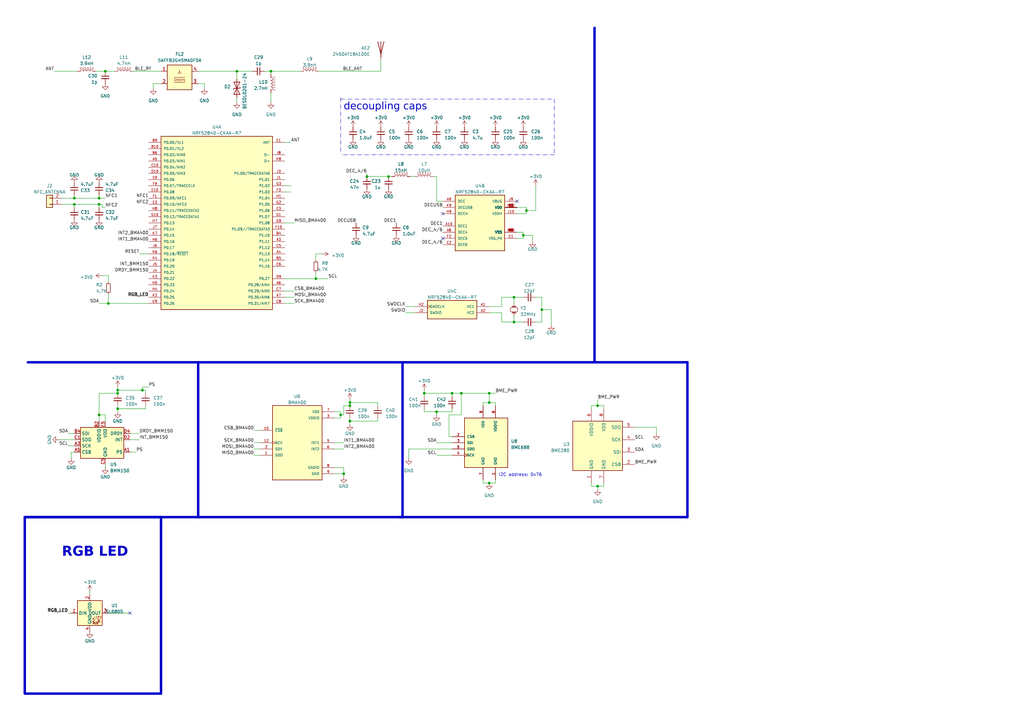
<source format=kicad_sch>
(kicad_sch (version 20230121) (generator eeschema)
  (paper "A3")
  (lib_symbols
    (symbol "BMA400:BMA400" (pin_names (offset 1.016))
      (property "Reference" "U" (at -10.16 16.002 0))
      (property "Value" "BMA400" (at -10.16 -17.78 0))
      (symbol "BMA400_0_0"
        (pin bidirectional line (at -15.24 -5.08 0) (length 5.08) (name "SDO") (number "1"))
        (pin input line (at -15.24 5.08 0) (length 5.08) (name "~{CSB}") (number "10"))
        (pin input clock (at -15.24 0 0) (length 5.08) (name "SCX") (number "12"))
        (pin bidirectional line (at -15.24 -2.54 0) (length 5.08) (name "SDX") (number "2"))
        (pin power_in line (at 15.24 10.16 180) (length 5.08) (name "VDDIO") (number "3"))
        (pin bidirectional line (at 15.24 0 180) (length 5.08) (name "INT1") (number "5"))
        (pin bidirectional line (at 15.24 -2.54 180) (length 5.08) (name "INT2") (number "6"))
        (pin power_in line (at 15.24 12.7 180) (length 5.08) (name "VDD") (number "7"))
        (pin power_in line (at 15.24 -10.16 180) (length 5.08) (name "GNDIO") (number "8"))
        (pin power_in line (at 15.24 -12.7 180) (length 5.08) (name "GND") (number "9"))
      )
    )
    (symbol "Connector_Generic:Conn_01x02" (pin_names (offset 1.016) hide)
      (property "Reference" "J" (at 0 2.54 0))
      (property "Value" "Conn_01x02" (at 0 -5.08 0))
      (symbol "Conn_01x02_1_1"
        (pin passive line (at -5.08 0 0) (length 3.81) (name "Pin_1") (number "1"))
        (pin passive line (at -5.08 -2.54 0) (length 3.81) (name "Pin_2") (number "2"))
      )
    )
    (symbol "Device:Antenna" (pin_numbers hide) (pin_names (offset 1.016) hide)
      (property "Reference" "AE" (at -1.905 1.905 0))
      (property "Value" "Antenna" (at -1.905 0 0))
      (symbol "Antenna_1_1"
        (pin input line (at 0 -5.08 90) (length 2.54) (name "A") (number "1"))
      )
    )
    (symbol "Device:C_Small" (pin_numbers hide) (pin_names (offset 0.254) hide)
      (property "Reference" "C" (at 0.254 1.778 0))
      (property "Value" "C_Small" (at 0.254 -2.032 0))
      (symbol "C_Small_1_1"
        (pin passive line (at 0 2.54 270) (length 2.032) (name "~") (number "1"))
        (pin passive line (at 0 -2.54 90) (length 2.032) (name "~") (number "2"))
      )
    )
    (symbol "Device:Crystal_Small" (pin_numbers hide) (pin_names (offset 1.016) hide)
      (property "Reference" "Y" (at 0 2.54 0))
      (property "Value" "Crystal_Small" (at 0 -2.54 0))
      (symbol "Crystal_Small_1_1"
        (pin passive line (at -2.54 0 0) (length 1.27) (name "1") (number "1"))
        (pin passive line (at 2.54 0 180) (length 1.27) (name "2") (number "2"))
      )
    )
    (symbol "Device:D_TVS" (pin_numbers hide) (pin_names (offset 1.016) hide)
      (property "Reference" "D" (at 0 2.54 0))
      (property "Value" "D_TVS" (at 0 -2.54 0))
      (symbol "D_TVS_1_1"
        (pin passive line (at -3.81 0 0) (length 2.54) (name "A1") (number "1"))
        (pin passive line (at 3.81 0 180) (length 2.54) (name "A2") (number "2"))
      )
    )
    (symbol "Device:L_Ferrite" (pin_numbers hide) (pin_names (offset 1.016) hide)
      (property "Reference" "L" (at -1.27 0 90))
      (property "Value" "L_Ferrite" (at 2.794 0 90))
      (symbol "L_Ferrite_1_1"
        (pin passive line (at 0 3.81 270) (length 1.27) (name "1") (number "1"))
        (pin passive line (at 0 -3.81 90) (length 1.27) (name "2") (number "2"))
      )
    )
    (symbol "Device:R_Small" (pin_numbers hide) (pin_names (offset 0.254) hide)
      (property "Reference" "R" (at 0.762 0.508 0))
      (property "Value" "R_Small" (at 0.762 -1.016 0))
      (symbol "R_Small_1_1"
        (pin passive line (at 0 2.54 270) (length 0.762) (name "~") (number "1"))
        (pin passive line (at 0 -2.54 90) (length 0.762) (name "~") (number "2"))
      )
    )
    (symbol "Filter:SAFFB942MFM0F0A" (pin_names (offset 1.016))
      (property "Reference" "FL" (at 2.54 -6.35 0))
      (property "Value" "SAFFB942MFM0F0A" (at 0 6.35 0))
      (symbol "SAFFB942MFM0F0A_1_1"
        (pin passive line (at -7.62 2.54 0) (length 2.54) (name "~") (number "1"))
        (pin passive line (at -7.62 -2.54 0) (length 2.54) (name "~") (number "2"))
        (pin passive line (at 7.62 -2.54 180) (length 2.54) (name "~") (number "3"))
        (pin passive line (at 7.62 2.54 180) (length 2.54) (name "~") (number "4"))
        (pin passive line (at -7.62 -2.54 0) (length 2.54) hide (name "~") (number "5"))
      )
    )
    (symbol "GCL_Integrated-Circuits:BME688" (pin_names (offset 1.016))
      (property "Reference" "U" (at -7.62 12.7 0))
      (property "Value" "BME688" (at -12.7 10.16 0))
      (symbol "BME688_0_0"
        (pin power_in line (at -2.54 -15.24 90) (length 5.08) (name "GND") (number "1"))
        (pin input line (at 15.24 2.54 180) (length 5.08) (name "CSB") (number "2"))
        (pin bidirectional line (at 15.24 0 180) (length 5.08) (name "SDI") (number "3"))
        (pin input clock (at 15.24 -5.08 180) (length 5.08) (name "SCK") (number "4"))
        (pin bidirectional line (at 15.24 -2.54 180) (length 5.08) (name "SDO") (number "5"))
        (pin power_in line (at -2.54 15.24 270) (length 5.08) (name "VDDIO") (number "6"))
        (pin power_in line (at 2.54 -15.24 90) (length 5.08) (name "GND") (number "7"))
        (pin power_in line (at 2.54 15.24 270) (length 5.08) (name "VDD") (number "8"))
      )
    )
    (symbol "GCL_Integrated-Circuits:SK6805"
      (property "Reference" "U" (at 0 5.08 0))
      (property "Value" "SL6805" (at 0 2.54 0))
      (symbol "SK6805_0_0"
        (text "RGB" (at 7.366 -9.271 0) (effects (font (size 0.762 0.762))))
      )
      (symbol "SK6805_1_1"
        (pin power_in line (at -2.54 -5.08 0) (length 2.54) (name "DIN") (number "1"))
        (pin output line (at 5.08 2.54 270) (length 2.54) (name "VDD") (number "2"))
        (pin power_in line (at 12.7 -5.08 180) (length 2.54) (name "DOUT") (number "3"))
        (pin input line (at 5.08 -12.7 90) (length 2.54) (name "GND") (number "4"))
      )
    )
    (symbol "NRF52840-CKAA-R7:NRF52840-CKAA-R7" (pin_names (offset 1.016))
      (property "Reference" "U" (at -22.8707 35.9661 0))
      (property "Value" "NRF52840-CKAA-R7" (at -22.8992 -38.58 0))
      (symbol "NRF52840-CKAA-R7_1_0"
        (pin bidirectional line (at 27.94 -7.62 180) (length 5.08) (name "P1.11") (number "A3"))
        (pin bidirectional line (at 27.94 -12.7 180) (length 5.08) (name "P1.13") (number "A4"))
        (pin bidirectional line (at -27.94 25.4 0) (length 5.08) (name "P0.03/AIN1") (number "A5"))
        (pin bidirectional line (at 27.94 -25.4 180) (length 5.08) (name "P0.28/AIN4") (number "A6"))
        (pin bidirectional line (at 27.94 -30.48 180) (length 5.08) (name "P0.30/AIN6") (number "A7"))
        (pin bidirectional line (at -27.94 30.48 0) (length 5.08) (name "P0.01/XL2") (number "B10"))
        (pin bidirectional line (at 27.94 -5.08 180) (length 5.08) (name "P1.10") (number "B4"))
        (pin bidirectional line (at 27.94 -15.24 180) (length 5.08) (name "P1.14") (number "B5"))
        (pin bidirectional line (at -27.94 27.94 0) (length 5.08) (name "P0.02/AIN0") (number "B6"))
        (pin bidirectional line (at -27.94 33.02 0) (length 5.08) (name "P0.00/XL1") (number "B9"))
        (pin bidirectional line (at -27.94 22.86 0) (length 5.08) (name "P0.04/AIN2") (number "C10"))
        (pin bidirectional line (at 27.94 -10.16 180) (length 5.08) (name "P1.12") (number "C5"))
        (pin bidirectional line (at 27.94 -17.78 180) (length 5.08) (name "P1.15") (number "C6"))
        (pin bidirectional line (at 27.94 -27.94 180) (length 5.08) (name "P0.29/AIN5") (number "C7"))
        (pin bidirectional line (at 27.94 -33.02 180) (length 5.08) (name "P0.31/AIN7") (number "C8"))
        (pin bidirectional line (at -27.94 -33.02 0) (length 5.08) (name "P0.26") (number "C9"))
        (pin bidirectional line (at -27.94 20.32 0) (length 5.08) (name "P0.05/AIN3") (number "D10"))
        (pin bidirectional line (at 27.94 -22.86 180) (length 5.08) (name "P0.27") (number "D9"))
        (pin bidirectional line (at 27.94 33.02 180) (length 5.08) (name "ANT") (number "E1"))
        (pin bidirectional line (at -27.94 12.7 0) (length 5.08) (name "P0.08") (number "E10"))
        (pin bidirectional line (at -27.94 7.62 0) (length 5.08) (name "P0.10/NFC2") (number "E2"))
        (pin bidirectional line (at 27.94 5.08 180) (length 5.08) (name "P1.06") (number "E3"))
        (pin bidirectional line (at -27.94 17.78 0) (length 5.08) (name "P0.06") (number "E9"))
        (pin bidirectional line (at -27.94 10.16 0) (length 5.08) (name "P0.09/NFC1") (number "F1"))
        (pin bidirectional line (at 27.94 -2.54 180) (length 5.08) (name "P1.09//TRACEDATA3") (number "F10"))
        (pin bidirectional line (at 27.94 12.7 180) (length 5.08) (name "P1.03") (number "F3"))
        (pin bidirectional line (at -27.94 15.24 0) (length 5.08) (name "P0.07/TRACECLK") (number "F9"))
        (pin bidirectional line (at 27.94 2.54 180) (length 5.08) (name "P1.07") (number "G1"))
        (pin bidirectional line (at -27.94 2.54 0) (length 5.08) (name "P0.12/TRACEDATA1") (number "G10"))
        (pin bidirectional line (at 27.94 7.62 180) (length 5.08) (name "P1.05") (number "G2"))
        (pin bidirectional line (at 27.94 15.24 180) (length 5.08) (name "P1.02") (number "G3"))
        (pin bidirectional line (at 27.94 0 180) (length 5.08) (name "P1.08") (number "G9"))
        (pin bidirectional line (at 27.94 10.16 180) (length 5.08) (name "P1.04") (number "H1"))
        (pin bidirectional line (at -27.94 -27.94 0) (length 5.08) (name "P0.24") (number "H4"))
        (pin bidirectional line (at -27.94 -25.4 0) (length 5.08) (name "P0.23") (number "H5"))
        (pin bidirectional line (at -27.94 -7.62 0) (length 5.08) (name "P0.16") (number "H6"))
        (pin bidirectional line (at -27.94 0 0) (length 5.08) (name "P0.13") (number "H7"))
        (pin bidirectional line (at -27.94 5.08 0) (length 5.08) (name "P0.11/TRACEDATA2") (number "H8"))
        (pin bidirectional line (at 27.94 17.78 180) (length 5.08) (name "P1.01") (number "J1"))
        (pin bidirectional line (at 27.94 20.32 180) (length 5.08) (name "P1.00/TRACEDATA0") (number "J3"))
        (pin bidirectional line (at -27.94 -20.32 0) (length 5.08) (name "P0.21") (number "J4"))
        (pin bidirectional line (at -27.94 -17.78 0) (length 5.08) (name "P0.20") (number "J5"))
        (pin bidirectional line (at -27.94 -10.16 0) (length 5.08) (name "P0.17") (number "J6"))
        (pin bidirectional line (at -27.94 -2.54 0) (length 5.08) (name "P0.14") (number "J7"))
        (pin bidirectional line (at 27.94 27.94 180) (length 5.08) (name "D-") (number "J8"))
        (pin bidirectional line (at -27.94 -30.48 0) (length 5.08) (name "P0.25") (number "K2"))
        (pin bidirectional line (at -27.94 -22.86 0) (length 5.08) (name "P0.22") (number "K3"))
        (pin bidirectional line (at -27.94 -15.24 0) (length 5.08) (name "P0.19") (number "K4"))
        (pin bidirectional line (at -27.94 -12.7 0) (length 5.08) (name "P0.18/~{RESET}") (number "K6"))
        (pin bidirectional line (at -27.94 -5.08 0) (length 5.08) (name "P0.15") (number "K7"))
        (pin bidirectional line (at 27.94 25.4 180) (length 5.08) (name "D+") (number "K8"))
      )
      (symbol "NRF52840-CKAA-R7_2_0"
        (pin power_in line (at -15.24 0 0) (length 5.08) (name "DEC1") (number "A10"))
        (pin power_in line (at -15.24 -2.54 0) (length 5.08) (name "DEC4") (number "A8"))
        (pin power_in line (at -15.24 10.16 0) (length 5.08) (name "DCC") (number "A9"))
        (pin power_in line (at 15.24 7.62 180) (length 5.08) (name "VDD") (number "B3"))
        (pin power_in line (at 15.24 -2.54 180) (length 5.08) (name "VSS") (number "B7"))
        (pin power_in line (at 15.24 7.62 180) (length 5.08) (name "VDD") (number "B8"))
        (pin power_in line (at 15.24 -5.08 180) (length 5.08) (name "VSS_PA") (number "C1"))
        (pin power_in line (at -15.24 -7.62 0) (length 5.08) (name "DEC6") (number "C2"))
        (pin power_in line (at 15.24 -2.54 180) (length 5.08) (name "VSS") (number "C4"))
        (pin power_in line (at 15.24 -2.54 180) (length 5.08) (name "VSS") (number "D3"))
        (pin power_in line (at 15.24 -2.54 180) (length 5.08) (name "VSS") (number "D4"))
        (pin power_in line (at 15.24 -2.54 180) (length 5.08) (name "VSS") (number "D5"))
        (pin power_in line (at 15.24 -2.54 180) (length 5.08) (name "VSS") (number "D6"))
        (pin power_in line (at 15.24 -2.54 180) (length 5.08) (name "VSS") (number "D7"))
        (pin power_in line (at 15.24 -2.54 180) (length 5.08) (name "VSS") (number "D8"))
        (pin power_in line (at 15.24 -2.54 180) (length 5.08) (name "VSS") (number "E4"))
        (pin power_in line (at 15.24 -2.54 180) (length 5.08) (name "VSS") (number "E5"))
        (pin power_in line (at 15.24 -2.54 180) (length 5.08) (name "VSS") (number "E6"))
        (pin power_in line (at 15.24 -2.54 180) (length 5.08) (name "VSS") (number "E7"))
        (pin power_in line (at 15.24 -2.54 180) (length 5.08) (name "VSS") (number "E8"))
        (pin power_in line (at -15.24 -5.08 0) (length 5.08) (name "DEC5") (number "F2"))
        (pin power_in line (at 15.24 -2.54 180) (length 5.08) (name "VSS") (number "F4"))
        (pin power_in line (at 15.24 -2.54 180) (length 5.08) (name "VSS") (number "F5"))
        (pin power_in line (at 15.24 -2.54 180) (length 5.08) (name "VSS") (number "F6"))
        (pin power_in line (at 15.24 -2.54 180) (length 5.08) (name "VSS") (number "F7"))
        (pin power_in line (at 15.24 -2.54 180) (length 5.08) (name "VSS") (number "F8"))
        (pin power_in line (at 15.24 -2.54 180) (length 5.08) (name "VSS") (number "G4"))
        (pin power_in line (at 15.24 -2.54 180) (length 5.08) (name "VSS") (number "G5"))
        (pin power_in line (at 15.24 -2.54 180) (length 5.08) (name "VSS") (number "G6"))
        (pin power_in line (at 15.24 -2.54 180) (length 5.08) (name "VSS") (number "G7"))
        (pin power_in line (at 15.24 -2.54 180) (length 5.08) (name "VSS") (number "G8"))
        (pin power_in line (at 15.24 7.62 180) (length 5.08) (name "VDD") (number "H10"))
        (pin power_in line (at -15.24 5.08 0) (length 5.08) (name "DCCH") (number "H9"))
        (pin power_in line (at 15.24 5.08 180) (length 5.08) (name "VDDH") (number "J10"))
        (pin power_in line (at 15.24 10.16 180) (length 5.08) (name "VBUS") (number "J9"))
        (pin power_in line (at 15.24 7.62 180) (length 5.08) (name "VDD") (number "K1"))
        (pin power_in line (at 15.24 -2.54 180) (length 5.08) (name "VSS") (number "K10"))
        (pin power_in line (at 15.24 7.62 180) (length 5.08) (name "VDD") (number "K5"))
        (pin power_in line (at -15.24 7.62 0) (length 5.08) (name "DECUSB") (number "K9"))
      )
      (symbol "NRF52840-CKAA-R7_3_0"
        (pin input line (at 15.24 0 180) (length 5.08) (name "XC1") (number "A1"))
        (pin input line (at 15.24 -2.54 180) (length 5.08) (name "XC2") (number "A2"))
        (pin input clock (at -15.24 0 0) (length 5.08) (name "SWDCLK") (number "H2"))
        (pin bidirectional line (at -15.24 -2.54 0) (length 5.08) (name "SWDIO") (number "J2"))
      )
    )
    (symbol "Sensor:BME280"
      (property "Reference" "U" (at -8.89 11.43 0))
      (property "Value" "BME280" (at 7.62 11.43 0))
      (symbol "BME280_1_1"
        (pin power_in line (at -2.54 -15.24 90) (length 5.08) (name "GND") (number "1"))
        (pin input line (at 15.24 -7.62 180) (length 5.08) (name "CSB") (number "2"))
        (pin bidirectional line (at 15.24 -2.54 180) (length 5.08) (name "SDI") (number "3"))
        (pin input line (at 15.24 2.54 180) (length 5.08) (name "SCK") (number "4"))
        (pin bidirectional line (at 15.24 7.62 180) (length 5.08) (name "SDO") (number "5"))
        (pin power_in line (at -2.54 15.24 270) (length 5.08) (name "VDDIO") (number "6"))
        (pin power_in line (at 2.54 -15.24 90) (length 5.08) (name "GND") (number "7"))
        (pin power_in line (at 2.54 15.24 270) (length 5.08) (name "VDD") (number "8"))
      )
    )
    (symbol "Sensor_Magnetic:BMM150"
      (property "Reference" "U" (at -10.16 6.35 0))
      (property "Value" "BMM150" (at 7.62 6.35 0))
      (symbol "BMM150_1_1"
        (pin input line (at 10.16 -5.08 180) (length 2.54) (name "PS") (number "A1"))
        (pin bidirectional line (at -12.7 -2.54 0) (length 2.54) (name "SCK") (number "A3"))
        (pin input line (at -12.7 -5.08 0) (length 2.54) (name "CSB") (number "A5"))
        (pin power_in line (at -2.54 7.62 270) (length 2.54) (name "VDDIO") (number "B2"))
        (pin bidirectional line (at -12.7 2.54 0) (length 2.54) (name "SDI") (number "B4"))
        (pin bidirectional line (at -12.7 0 0) (length 2.54) (name "SDO") (number "C1"))
        (pin power_in line (at 0 -10.16 90) (length 2.54) (name "GND") (number "C5"))
        (pin output line (at 10.16 0 180) (length 2.54) (name "INT") (number "D2"))
        (pin output line (at 10.16 2.54 180) (length 2.54) (name "DRDY") (number "D4"))
        (pin passive line (at 0 -10.16 90) (length 2.54) hide (name "GND") (number "E1"))
        (pin passive line (at 0 -10.16 90) (length 2.54) hide (name "GND") (number "E3"))
        (pin power_in line (at 0 7.62 270) (length 2.54) (name "VDD") (number "E5"))
      )
    )
    (symbol "power:+3V0" (power) (pin_names (offset 0))
      (property "Value" "+3V0" (at 0 3.556 0))
      (symbol "+3V0_1_1"
        (pin power_in line (at 0 0 90) (length 0) hide (name "+3V0") (number "1"))
      )
    )
    (symbol "power:GND" (power) (pin_names (offset 0))
      (property "Value" "GND" (at 0 -3.81 0))
      (symbol "GND_1_1"
        (pin power_in line (at 0 0 270) (length 0) hide (name "GND") (number "1"))
      )
    )
  )
  (junction (at 173.99 161.29))
  (junction (at 40.64 83.82))
  (junction (at 200.66 165.1))
  (junction (at 189.23 161.29))
  (junction (at 185.42 161.29))
  (junction (at 48.26 160.02))
  (junction (at 245.11 166.37))
  (junction (at 214.63 96.52))
  (junction (at 159.385 72.39))
  (junction (at 30.48 81.28))
  (junction (at 210.82 132.08))
  (junction (at 200.66 198.12))
  (junction (at 97.155 29.21))
  (junction (at 111.125 29.21))
  (junction (at 150.495 72.39))
  (junction (at 40.64 81.28))
  (junction (at 48.26 167.64))
  (junction (at 179.07 168.91))
  (junction (at 44.45 124.46))
  (junction (at 200.66 161.29))
  (junction (at 143.51 166.37))
  (junction (at 245.11 199.39))
  (junction (at 43.18 29.21))
  (junction (at 139.7 170.18))
  (junction (at 40.64 170.18))
  (junction (at 58.42 160.02))
  (junction (at 48.26 161.29))
  (junction (at 210.82 121.92))
  (junction (at 140.97 194.31))
  (junction (at 129.54 114.3))
  (junction (at 143.51 165.1))
  (junction (at 30.48 83.82))
  (junction (at 215.9 86.36))
  (junction (at 143.51 172.72))
  (junction (at 222.25 127))
  (no_connect (at 53.34 251.46))
  (no_connect (at 181.61 87.63))
  (no_connect (at 181.61 97.79))
  (no_connect (at 212.09 82.55))
  (wire (pts (xy 269.24 175.26) (xy 269.24 177.8)))
  (wire (pts (xy 40.64 85.09) (xy 40.64 83.82)))
  (wire (pts (xy 205.74 125.73) (xy 205.74 121.92)))
  (wire (pts (xy 260.35 175.26) (xy 269.24 175.26)))
  (wire (pts (xy 226.06 133.35) (xy 226.06 127)))
  (wire (pts (xy 205.74 121.92) (xy 210.82 121.92)))
  (wire (pts (xy 170.18 72.39) (xy 168.275 72.39)))
  (wire (pts (xy 120.65 124.46) (xy 116.84 124.46)))
  (wire (pts (xy 242.57 199.39) (xy 245.11 199.39)))
  (wire (pts (xy 44.45 251.46) (xy 53.34 251.46)))
  (wire (pts (xy 97.155 29.21) (xy 97.155 32.385)))
  (wire (pts (xy 62.865 34.29) (xy 66.04 34.29)))
  (wire (pts (xy 57.15 104.14) (xy 60.96 104.14)))
  (wire (pts (xy 198.12 198.12) (xy 200.66 198.12)))
  (wire (pts (xy 200.66 165.1) (xy 200.66 161.29)))
  (wire (pts (xy 156.21 29.21) (xy 130.81 29.21)))
  (wire (pts (xy 218.44 99.06) (xy 218.44 96.52)))
  (wire (pts (xy 57.15 180.34) (xy 53.34 180.34)))
  (wire (pts (xy 203.2 165.1) (xy 200.66 165.1)))
  (wire (pts (xy 41.91 83.82) (xy 40.64 83.82)))
  (wire (pts (xy 129.54 114.3) (xy 116.84 114.3)))
  (wire (pts (xy 41.91 113.03) (xy 44.45 113.03)))
  (wire (pts (xy 62.865 34.29) (xy 62.865 36.195)))
  (wire (pts (xy 173.99 161.29) (xy 173.99 162.56)))
  (wire (pts (xy 245.11 163.83) (xy 245.11 166.37)))
  (wire (pts (xy 83.82 34.29) (xy 83.82 36.195)))
  (wire (pts (xy 200.66 128.27) (xy 205.74 128.27)))
  (wire (pts (xy 27.94 182.88) (xy 30.48 182.88)))
  (wire (pts (xy 36.83 242.57) (xy 36.83 243.84)))
  (wire (pts (xy 185.42 179.07) (xy 184.15 179.07)))
  (wire (pts (xy 219.71 86.36) (xy 215.9 86.36)))
  (wire (pts (xy 111.125 38.1) (xy 111.125 41.91)))
  (wire (pts (xy 210.82 132.08) (xy 210.82 129.54)))
  (wire (pts (xy 44.45 124.46) (xy 60.96 124.46)))
  (wire (pts (xy 123.19 29.21) (xy 111.125 29.21)))
  (wire (pts (xy 129.54 104.14) (xy 129.54 106.68)))
  (wire (pts (xy 40.64 80.01) (xy 40.64 81.28)))
  (wire (pts (xy 41.91 85.09) (xy 41.91 83.82)))
  (wire (pts (xy 29.21 185.42) (xy 29.21 187.96)))
  (wire (pts (xy 245.11 199.39) (xy 247.65 199.39)))
  (wire (pts (xy 200.66 161.29) (xy 203.2 161.29)))
  (wire (pts (xy 210.82 121.92) (xy 210.82 124.46)))
  (wire (pts (xy 59.69 161.29) (xy 59.69 160.02)))
  (wire (pts (xy 140.97 170.18) (xy 140.97 166.37)))
  (wire (pts (xy 132.08 104.14) (xy 129.54 104.14)))
  (wire (pts (xy 57.15 177.8) (xy 53.34 177.8)))
  (wire (pts (xy 104.14 181.61) (xy 106.68 181.61)))
  (wire (pts (xy 185.42 186.69) (xy 179.07 186.69)))
  (wire (pts (xy 30.48 185.42) (xy 29.21 185.42)))
  (wire (pts (xy 104.14 186.69) (xy 106.68 186.69)))
  (wire (pts (xy 154.94 171.45) (xy 154.94 172.72)))
  (wire (pts (xy 200.66 161.29) (xy 189.23 161.29)))
  (wire (pts (xy 143.51 165.1) (xy 143.51 166.37)))
  (polyline (pts (xy 139.7 40.64) (xy 227.33 40.64)) (stroke (width 0) (type dash_dot)))
  (wire (pts (xy 48.26 158.75) (xy 48.26 160.02)))
  (wire (pts (xy 214.63 132.08) (xy 210.82 132.08)))
  (wire (pts (xy 245.11 166.37) (xy 242.57 166.37)))
  (wire (pts (xy 139.7 170.18) (xy 140.97 170.18)))
  (wire (pts (xy 104.14 184.15) (xy 106.68 184.15)))
  (wire (pts (xy 31.75 29.21) (xy 22.225 29.21)))
  (wire (pts (xy 25.4 83.82) (xy 30.48 83.82)))
  (wire (pts (xy 247.65 199.39) (xy 247.65 198.12)))
  (wire (pts (xy 46.99 29.21) (xy 43.18 29.21)))
  (polyline (pts (xy 139.7 40.005) (xy 139.7 62.865)) (stroke (width 0) (type dash_dot)))
  (wire (pts (xy 205.74 128.27) (xy 205.74 132.08)))
  (wire (pts (xy 179.07 168.91) (xy 173.99 168.91)))
  (wire (pts (xy 48.26 160.02) (xy 48.26 161.29)))
  (wire (pts (xy 111.125 30.48) (xy 111.125 29.21)))
  (wire (pts (xy 242.57 198.12) (xy 242.57 199.39)))
  (wire (pts (xy 25.4 81.28) (xy 30.48 81.28)))
  (wire (pts (xy 198.12 165.1) (xy 198.12 166.37)))
  (wire (pts (xy 119.38 76.2) (xy 116.84 76.2)))
  (wire (pts (xy 58.42 160.02) (xy 48.26 160.02)))
  (wire (pts (xy 44.45 120.65) (xy 44.45 124.46)))
  (polyline (pts (xy 227.33 40.64) (xy 227.33 63.5)) (stroke (width 0) (type dash_dot)))
  (polyline (pts (xy 281.94 148.59) (xy 281.94 212.09)) (stroke (width 1)))
  (wire (pts (xy 143.51 163.83) (xy 143.51 165.1)))
  (wire (pts (xy 55.88 185.42) (xy 53.34 185.42)))
  (wire (pts (xy 30.48 83.82) (xy 30.48 85.09)))
  (wire (pts (xy 181.61 82.55) (xy 179.07 82.55)))
  (wire (pts (xy 27.94 177.8) (xy 30.48 177.8)))
  (wire (pts (xy 179.07 82.55) (xy 179.07 72.39)))
  (wire (pts (xy 143.51 165.1) (xy 154.94 165.1)))
  (wire (pts (xy 139.7 170.18) (xy 139.7 171.45)))
  (wire (pts (xy 44.45 113.03) (xy 44.45 115.57)))
  (wire (pts (xy 215.9 87.63) (xy 212.09 87.63)))
  (wire (pts (xy 173.99 160.02) (xy 173.99 161.29)))
  (wire (pts (xy 120.65 91.44) (xy 116.84 91.44)))
  (wire (pts (xy 167.64 184.15) (xy 185.42 184.15)))
  (wire (pts (xy 160.655 72.39) (xy 159.385 72.39)))
  (wire (pts (xy 166.37 128.27) (xy 170.18 128.27)))
  (polyline (pts (xy 81.28 212.09) (xy 165.1 212.09)) (stroke (width 1)))
  (wire (pts (xy 81.28 29.21) (xy 97.155 29.21)))
  (wire (pts (xy 166.37 125.73) (xy 170.18 125.73)))
  (wire (pts (xy 40.64 161.29) (xy 48.26 161.29)))
  (wire (pts (xy 30.48 81.28) (xy 30.48 80.01)))
  (wire (pts (xy 104.14 176.53) (xy 106.68 176.53)))
  (wire (pts (xy 159.385 72.39) (xy 150.495 72.39)))
  (wire (pts (xy 219.71 121.92) (xy 222.25 121.92)))
  (wire (pts (xy 143.51 173.99) (xy 143.51 172.72)))
  (wire (pts (xy 43.18 29.21) (xy 39.37 29.21)))
  (wire (pts (xy 222.25 121.92) (xy 222.25 127)))
  (wire (pts (xy 215.9 86.36) (xy 215.9 87.63)))
  (wire (pts (xy 214.63 121.92) (xy 210.82 121.92)))
  (wire (pts (xy 212.09 95.25) (xy 214.63 95.25)))
  (wire (pts (xy 214.63 95.25) (xy 214.63 96.52)))
  (wire (pts (xy 245.11 166.37) (xy 247.65 166.37)))
  (wire (pts (xy 140.97 191.77) (xy 137.16 191.77)))
  (wire (pts (xy 242.57 166.37) (xy 242.57 167.64)))
  (wire (pts (xy 140.97 166.37) (xy 143.51 166.37)))
  (wire (pts (xy 137.16 194.31) (xy 140.97 194.31)))
  (wire (pts (xy 120.65 121.92) (xy 116.84 121.92)))
  (wire (pts (xy 40.64 124.46) (xy 44.45 124.46)))
  (polyline (pts (xy 243.84 148.59) (xy 281.94 148.59)) (stroke (width 1)))
  (wire (pts (xy 40.64 81.28) (xy 43.18 81.28)))
  (wire (pts (xy 140.97 181.61) (xy 137.16 181.61)))
  (wire (pts (xy 30.48 83.82) (xy 40.64 83.82)))
  (wire (pts (xy 59.69 166.37) (xy 59.69 167.64)))
  (wire (pts (xy 59.69 167.64) (xy 48.26 167.64)))
  (wire (pts (xy 59.69 160.02) (xy 58.42 160.02)))
  (wire (pts (xy 203.2 196.85) (xy 203.2 198.12)))
  (polyline (pts (xy 11.43 148.59) (xy 243.84 148.59)) (stroke (width 1)))
  (wire (pts (xy 173.99 161.29) (xy 185.42 161.29)))
  (polyline (pts (xy 227.33 63.5) (xy 139.7 63.5)) (stroke (width 0) (type dash_dot)))
  (wire (pts (xy 43.18 172.72) (xy 43.18 170.18)))
  (wire (pts (xy 156.21 24.765) (xy 156.21 29.21)))
  (wire (pts (xy 203.2 166.37) (xy 203.2 165.1)))
  (wire (pts (xy 184.15 179.07) (xy 184.15 170.18)))
  (wire (pts (xy 40.64 170.18) (xy 40.64 161.29)))
  (wire (pts (xy 173.99 168.91) (xy 173.99 167.64)))
  (polyline (pts (xy 81.28 148.59) (xy 81.28 212.09)) (stroke (width 1)))
  (wire (pts (xy 226.06 127) (xy 222.25 127)))
  (wire (pts (xy 119.38 58.42) (xy 116.84 58.42)))
  (wire (pts (xy 247.65 167.64) (xy 247.65 166.37)))
  (wire (pts (xy 219.71 76.2) (xy 219.71 86.36)))
  (wire (pts (xy 119.38 78.74) (xy 116.84 78.74)))
  (wire (pts (xy 60.96 158.75) (xy 58.42 158.75)))
  (wire (pts (xy 184.15 170.18) (xy 189.23 170.18)))
  (wire (pts (xy 111.125 29.21) (xy 108.585 29.21)))
  (wire (pts (xy 140.97 194.31) (xy 140.97 191.77)))
  (wire (pts (xy 198.12 196.85) (xy 198.12 198.12)))
  (wire (pts (xy 215.9 85.09) (xy 215.9 86.36)))
  (wire (pts (xy 189.23 170.18) (xy 189.23 161.29)))
  (wire (pts (xy 154.94 166.37) (xy 154.94 165.1)))
  (wire (pts (xy 154.94 172.72) (xy 143.51 172.72)))
  (wire (pts (xy 24.13 180.34) (xy 30.48 180.34)))
  (wire (pts (xy 140.97 184.15) (xy 137.16 184.15)))
  (wire (pts (xy 139.7 171.45) (xy 137.16 171.45)))
  (wire (pts (xy 214.63 96.52) (xy 214.63 97.79)))
  (wire (pts (xy 245.11 199.39) (xy 245.11 200.66)))
  (wire (pts (xy 218.44 96.52) (xy 214.63 96.52)))
  (wire (pts (xy 214.63 97.79) (xy 212.09 97.79)))
  (polyline (pts (xy 281.94 212.09) (xy 163.83 212.09)) (stroke (width 1)))
  (wire (pts (xy 48.26 167.64) (xy 48.26 166.37)))
  (wire (pts (xy 200.66 198.12) (xy 203.2 198.12)))
  (wire (pts (xy 179.07 181.61) (xy 185.42 181.61)))
  (wire (pts (xy 212.09 85.09) (xy 215.9 85.09)))
  (wire (pts (xy 43.18 85.09) (xy 41.91 85.09)))
  (wire (pts (xy 150.495 71.12) (xy 150.495 72.39)))
  (wire (pts (xy 40.64 172.72) (xy 40.64 170.18)))
  (wire (pts (xy 48.26 168.91) (xy 48.26 167.64)))
  (polyline (pts (xy 10.16 212.09) (xy 81.28 212.09)) (stroke (width 1)))
  (wire (pts (xy 134.62 114.3) (xy 129.54 114.3)))
  (wire (pts (xy 27.94 251.46) (xy 29.21 251.46)))
  (wire (pts (xy 140.97 195.58) (xy 140.97 194.31)))
  (wire (pts (xy 167.64 184.15) (xy 167.64 187.96)))
  (wire (pts (xy 143.51 172.72) (xy 143.51 171.45)))
  (wire (pts (xy 222.25 132.08) (xy 219.71 132.08)))
  (wire (pts (xy 200.66 125.73) (xy 205.74 125.73)))
  (wire (pts (xy 58.42 158.75) (xy 58.42 160.02)))
  (wire (pts (xy 185.42 167.64) (xy 185.42 168.91)))
  (wire (pts (xy 129.54 111.76) (xy 129.54 114.3)))
  (wire (pts (xy 222.25 127) (xy 222.25 132.08)))
  (wire (pts (xy 43.18 190.5) (xy 43.18 191.77)))
  (wire (pts (xy 97.155 40.005) (xy 97.155 41.91)))
  (wire (pts (xy 66.04 29.21) (xy 54.61 29.21)))
  (wire (pts (xy 81.28 34.29) (xy 83.82 34.29)))
  (wire (pts (xy 137.16 168.91) (xy 139.7 168.91)))
  (wire (pts (xy 103.505 29.21) (xy 97.155 29.21)))
  (wire (pts (xy 200.66 165.1) (xy 198.12 165.1)))
  (wire (pts (xy 40.64 81.28) (xy 30.48 81.28)))
  (polyline (pts (xy 243.84 11.43) (xy 243.84 148.59)) (stroke (width 1)))
  (wire (pts (xy 205.74 132.08) (xy 210.82 132.08)))
  (wire (pts (xy 120.65 119.38) (xy 116.84 119.38)))
  (wire (pts (xy 179.07 72.39) (xy 177.8 72.39)))
  (wire (pts (xy 185.42 162.56) (xy 185.42 161.29)))
  (wire (pts (xy 185.42 168.91) (xy 179.07 168.91)))
  (wire (pts (xy 43.18 170.18) (xy 40.64 170.18)))
  (polyline (pts (xy 165.1 212.09) (xy 165.1 148.59)) (stroke (width 1)))
  (wire (pts (xy 179.07 168.91) (xy 179.07 170.18)))
  (wire (pts (xy 139.7 168.91) (xy 139.7 170.18)))
  (wire (pts (xy 189.23 161.29) (xy 185.42 161.29)))
  (rectangle (start 10.16 212.09) (end 66.04 284.48) (stroke (width 1)))
  (text "RGB LED" (at 25.4 229.87 0) (effects (font (size 4 4) bold) (justify left bottom)))
  (text "decoupling caps" (at 140.97 46.355 0) (effects (font (size 3 3)) (justify left bottom)))
  (text "I2C address: 0x76" (at 204.47 195.58 0) (effects (font (size 1.27 1.27)) (justify left bottom)))
  (label "RGB_LED" (at 27.94 251.46 180) (effects (font bold)))
  (label "INT_BMM150" (at 60.96 109.22 180))
  (label "SWDIO" (at 166.37 128.27 180))
  (label "INT1_BMA400" (at 140.97 181.61 0))
  (label "CSB_BMA400" (at 104.14 176.53 180))
  (label "CSB_BMA400" (at 120.65 119.38 0))
  (label "DEC1" (at 181.61 92.71 180))
  (label "NFC2" (at 43.18 85.09 0))
  (label "DEC_4{slash}6" (at 150.495 71.12 180))
  (label "BLE_RF" (at 62.23 29.21 180))
  (label "RGB_LED" (at 60.96 121.92 180) (effects (font bold)))
  (label "INT2_BMA400" (at 140.97 184.15 0))
  (label "BLE_ANT" (at 148.59 29.21 180))
  (label "DRDY_BMM150" (at 60.96 111.76 180))
  (label "BME_PWR" (at 203.2 161.29 0))
  (label "SDA" (at 260.35 185.42 0))
  (label "INT_BMM150" (at 57.15 180.34 0))
  (label "MISO_BMA400" (at 120.65 91.44 0))
  (label "DEC1" (at 162.56 91.44 180))
  (label "SCL" (at 260.35 180.34 0))
  (label "SDA" (at 179.07 181.61 180))
  (label "SCL" (at 179.07 186.69 180))
  (label "MISO_BMA400" (at 104.14 186.69 180))
  (label "DECUSB" (at 146.05 91.44 180))
  (label "SCL" (at 134.62 114.3 0))
  (label "SDA" (at 40.64 124.46 180))
  (label "RESET" (at 57.15 104.14 180))
  (label "SWDCLK" (at 166.37 125.73 180))
  (label "SCK_BMA400" (at 104.14 181.61 180))
  (label "DECUSB" (at 181.61 85.09 180))
  (label "MOSI_BMA400" (at 104.14 184.15 180))
  (label "SDA" (at 27.94 177.8 180))
  (label "DEC_4{slash}6" (at 181.61 95.25 180))
  (label "BME_PWR" (at 245.11 163.83 0))
  (label "DRDY_BMM150" (at 57.15 177.8 0))
  (label "DEC_4{slash}6" (at 181.61 100.33 180))
  (label "ANT" (at 119.38 58.42 0))
  (label "SCK_BMA400" (at 120.65 124.46 0))
  (label "PS" (at 60.96 158.75 0))
  (label "BME_PWR" (at 260.35 190.5 0))
  (label "PS" (at 55.88 185.42 0))
  (label "INT1_BMA400" (at 60.96 99.06 180))
  (label "NFC1" (at 60.96 81.28 180))
  (label "INT2_BMA400" (at 60.96 96.52 180))
  (label "MOSI_BMA400" (at 120.65 121.92 0))
  (label "NFC1" (at 43.18 81.28 0))
  (label "NFC2" (at 60.96 83.82 180))
  (label "ANT" (at 22.225 29.21 180))
  (label "SCL" (at 27.94 182.88 180))
  (symbol (lib_id "GCL_Integrated-Circuits:BME688") (at 200.66 181.61 0) (mirror y) (unit 1)
    (property "Reference" "U8" (at 209.55 180.975 0) (effects (justify right)))
    (property "Value" "BME688" (at 209.55 183.515 0) (effects (justify right)))
    (property "Footprint" "greencharge-footprints:IC_BME688" (effects hide))
    (property "PARTREV" "1.0" (effects hide))
    (property "MANUFACTURER" "BOSCH" (effects hide))
    (property "MAXIMUM_PACKAGE_HEIGHT" "1.0 mm" (effects hide))
    (property "STANDARD" "Manufacturer recommendations" (effects hide))
    (instances (project "THINGY_2.0" (path "" (reference "U8") (unit 1)) (path "" (reference "U11") (unit 1))))
  )
  (symbol (lib_id "power:+3V0") (at 132.08 104.14 270) (mirror x) (unit 1)
    (property "Reference" "#PWR011" (effects hide))
    (property "Value" "+3V0" (at 135.89 104.775 90) (effects (justify left)))
    (instances (project "THINGY_2.0" (path "" (reference "#PWR011") (unit 1)) (path "" (reference "#PWR057") (unit 1))))
  )
  (symbol (lib_id "Device:L_Ferrite") (at 35.56 29.21 270) (mirror x) (unit 1)
    (property "Reference" "L12" (at 35.56 23.495 90))
    (property "Value" "3.9nH" (at 35.56 26.035 90))
    (property "Footprint" "Inductor_SMD:L_0402_1005Metric" (effects hide))
  )
  (symbol (lib_id "power:GND") (at 97.155 41.91 0) (mirror y) (unit 1)
    (property "Reference" "#PWR022" (effects hide))
    (property "Value" "GND" (at 97.155 46.99 0))
  )
  (symbol (lib_id "power:GND") (at 36.83 259.08 0) (unit 1)
    (property "Reference" "#PWR069" (effects hide))
    (property "Value" "GND" (at 36.83 262.89 0))
    (instances (project "THINGY_2.0" (path "" (reference "#PWR069") (unit 1)) (path "" (reference "#PWR090") (unit 1)) (path "" (reference "#PWR058") (unit 1))))
  )
  (symbol (lib_id "Filter:SAFFB942MFM0F0A") (at 73.66 31.75 0) (unit 1)
    (property "Reference" "FL2" (at 73.66 22.225 0))
    (property "Value" "SAFFB2G45MA0F0A" (at 73.66 24.765 0))
    (property "Footprint" "greencharge-footprints:SAFFB881MAN0F0A" (effects hide))
    (property "Datasheet" "https://www.murata.com/~/media/webrenewal/support/library/catalog/products/filter/rf/p73e.ashx?la=en" (effects hide))
  )
  (symbol (lib_id "Device:C_Small") (at 43.18 31.75 0) (mirror y) (unit 1)
    (property "Reference" "C30" (at 40.005 31.1213 0) (effects (justify left)))
    (property "Value" "1p" (at 40.005 33.6613 0) (effects (justify left)))
    (property "Footprint" "Capacitor_SMD:C_0402_1005Metric" (effects hide))
  )
  (symbol (lib_id "Device:C_Small") (at 146.05 93.98 0) (unit 1)
    (property "Reference" "C9" (at 148.59 93.3513 0) (effects (justify left)))
    (property "Value" "4.7uF" (at 148.59 95.8913 0) (effects (justify left)))
    (property "Footprint" "Capacitor_SMD:C_0402_1005Metric" (effects hide))
  )
  (symbol (lib_id "power:GND") (at 43.18 34.29 0) (mirror y) (unit 1)
    (property "Reference" "#PWR025" (effects hide))
    (property "Value" "GND" (at 43.18 39.37 0))
  )
  (symbol (lib_id "power:+3V0") (at 167.64 52.07 0) (unit 1)
    (property "Reference" "#PWR011" (effects hide))
    (property "Value" "+3V0" (at 167.64 48.26 0))
    (instances (project "THINGY_2.0" (path "" (reference "#PWR011") (unit 1)) (path "" (reference "#PWR044") (unit 1))))
  )
  (symbol (lib_id "power:+3V0") (at 144.78 52.07 0) (unit 1)
    (property "Reference" "#PWR011" (effects hide))
    (property "Value" "+3V0" (at 144.78 48.26 0))
    (instances (project "THINGY_2.0" (path "" (reference "#PWR011") (unit 1)) (path "" (reference "#PWR036") (unit 1))))
  )
  (symbol (lib_id "power:GND") (at 140.97 195.58 0) (unit 1)
    (property "Reference" "#PWR047" (effects hide))
    (property "Value" "GND" (at 140.97 199.39 0))
  )
  (symbol (lib_id "power:GND") (at 226.06 133.35 0) (unit 1)
    (property "Reference" "#PWR020" (effects hide))
    (property "Value" "GND" (at 226.06 136.525 0))
  )
  (symbol (lib_id "GCL_Integrated-Circuits:SK6805") (at 31.75 246.38 0) (unit 1)
    (property "Reference" "U1" (at 46.99 248.3359 0))
    (property "Value" "SL6805" (at 46.99 250.8759 0))
    (property "Footprint" "greencharge-footprints:0606-RGB" (effects hide))
    (instances (project "THINGY_2.0" (path "" (reference "U1") (unit 1)) (path "" (reference "U13") (unit 1))) (project "TUYA_CB3L_PROJECT" (path "" (reference "U7") (unit 1))))
  )
  (symbol (lib_id "power:+3V0") (at 179.07 52.07 0) (unit 1)
    (property "Reference" "#PWR011" (effects hide))
    (property "Value" "+3V0" (at 179.07 48.26 0))
    (instances (project "THINGY_2.0" (path "" (reference "#PWR011") (unit 1)) (path "" (reference "#PWR045") (unit 1))))
  )
  (symbol (lib_id "Device:C_Small") (at 106.045 29.21 270) (mirror x) (unit 1)
    (property "Reference" "C29" (at 106.045 23.495 90))
    (property "Value" "1p" (at 106.045 26.035 90))
    (property "Footprint" "Capacitor_SMD:C_0402_1005Metric" (effects hide))
  )
  (symbol (lib_id "Device:L_Ferrite") (at 111.125 34.29 0) (mirror x) (unit 1)
    (property "Reference" "L10" (at 109.855 33.655 0) (effects (justify right)))
    (property "Value" "2.7nH" (at 109.855 36.195 0) (effects (justify right)))
    (property "Footprint" "Inductor_SMD:L_0402_1005Metric" (effects hide))
  )
  (symbol (lib_id "power:GND") (at 146.05 96.52 0) (unit 1)
    (property "Reference" "#PWR04" (effects hide))
    (property "Value" "GND" (at 146.05 99.695 0))
  )
  (symbol (lib_id "power:GND") (at 167.64 187.96 0) (unit 1)
    (property "Reference" "#PWR069" (effects hide))
    (property "Value" "GND" (at 167.64 193.04 0))
    (instances (project "THINGY_2.0" (path "" (reference "#PWR069") (unit 1)) (path "" (reference "#PWR074") (unit 1)) (path "" (reference "#PWR087") (unit 1)) (path "" (reference "#PWR049") (unit 1))))
  )
  (symbol (lib_id "Device:C_Small") (at 159.385 74.93 0) (mirror y) (unit 1)
    (property "Reference" "C23" (at 156.21 74.3013 0) (effects (justify left)))
    (property "Value" "1u" (at 156.21 76.8413 0) (effects (justify left)))
    (property "Footprint" "Capacitor_SMD:C_0402_1005Metric" (effects hide))
  )
  (symbol (lib_id "Device:D_TVS") (at 97.155 36.195 270) (mirror x) (unit 1)
    (property "Reference" "D2" (at 94.615 35.56 90) (effects (justify right)))
    (property "Value" "BESDL0201-24" (at 100.33 29.845 0) (effects (justify right)))
    (property "Footprint" "Diode_SMD:D_0201_0603Metric" (effects hide))
  )
  (symbol (lib_id "BMA400:BMA400") (at 121.92 181.61 0) (unit 1)
    (property "Reference" "U6" (at 121.92 162.56 0))
    (property "Value" "BMA400" (at 121.92 165.1 0))
    (property "Footprint" "XDCR_BMA400" (effects hide))
    (property "MF" "Bosch Sensortec" (effects hide))
    (property "DESCRIPTION" "Accelerometer X, Y, Z Axis ±2g, 4g, 8g, 16g 12-LGA _2x2_" (effects hide))
    (property "PACKAGE" "LGA-12 Bosch Tools" (effects hide))
    (property "PRICE" "None" (effects hide))
    (property "MP" "BMA400" (effects hide))
    (property "AVAILABILITY" "Unavailable" (effects hide))
  )
  (symbol (lib_id "Device:C_Small") (at 179.07 54.61 0) (unit 1)
    (property "Reference" "C7" (at 182.245 53.9813 0) (effects (justify left)))
    (property "Value" "100n" (at 182.245 56.5213 0) (effects (justify left)))
    (property "Footprint" "Capacitor_SMD:C_0402_1005Metric" (effects hide))
  )
  (symbol (lib_id "Sensor_Magnetic:BMM150") (at 43.18 180.34 0) (unit 1)
    (property "Reference" "U5" (at 45.1359 190.5 0) (effects (justify left)))
    (property "Value" "BMM150" (at 45.1359 193.04 0) (effects (justify left)))
    (property "Footprint" "Package_CSP:WLCSP-12_1.56x1.56mm_P0.4mm" (effects hide))
    (property "Datasheet" "https://www.mouser.com/datasheet/2/783/BST-BMM150-DS001-01-786480.pdf" (effects hide))
  )
  (symbol (lib_id "Device:C_Small") (at 144.78 54.61 0) (unit 1)
    (property "Reference" "C4" (at 147.32 53.9813 0) (effects (justify left)))
    (property "Value" "1.0uF" (at 147.32 56.5213 0) (effects (justify left)))
    (property "Footprint" "Capacitor_SMD:C_0402_1005Metric" (effects hide))
  )
  (symbol (lib_id "Device:C_Small") (at 217.17 121.92 90) (unit 1)
    (property "Reference" "C27" (at 217.1763 116.84 90))
    (property "Value" "12pF" (at 217.1763 119.38 90))
    (property "Footprint" "Capacitor_SMD:C_0402_1005Metric" (effects hide))
  )
  (symbol (lib_id "Device:R_Small") (at 44.45 118.11 0) (unit 1)
    (property "Reference" "R2" (at 39.37 116.84 0) (effects (justify left)))
    (property "Value" "4.7K" (at 39.37 119.38 0) (effects (justify left)))
  )
  (symbol (lib_id "power:+3V0") (at 156.21 52.07 0) (unit 1)
    (property "Reference" "#PWR011" (effects hide))
    (property "Value" "+3V0" (at 156.21 48.26 0))
    (instances (project "THINGY_2.0" (path "" (reference "#PWR011") (unit 1)) (path "" (reference "#PWR039") (unit 1))))
  )
  (symbol (lib_id "Device:C_Small") (at 162.56 93.98 0) (unit 1)
    (property "Reference" "C8" (at 165.1 93.3513 0) (effects (justify left)))
    (property "Value" "1.0uF" (at 165.1 95.8913 0) (effects (justify left)))
    (property "Footprint" "Capacitor_SMD:C_0402_1005Metric" (effects hide))
  )
  (symbol (lib_id "Device:Crystal_Small") (at 210.82 127 90) (unit 1)
    (property "Reference" "Y2" (at 213.36 126.365 90) (effects (justify right)))
    (property "Value" "32MHz" (at 213.36 128.905 90) (effects (justify right)))
  )
  (symbol (lib_id "Device:L_Ferrite") (at 127 29.21 270) (mirror x) (unit 1)
    (property "Reference" "L9" (at 127 24.13 90))
    (property "Value" "3.9nH" (at 127 26.67 90))
    (property "Footprint" "Inductor_SMD:L_0402_1005Metric" (effects hide))
  )
  (symbol (lib_id "Device:L_Ferrite") (at 50.8 29.21 270) (mirror x) (unit 1)
    (property "Reference" "L11" (at 50.8 23.495 90))
    (property "Value" "4.7nH" (at 50.8 26.035 90))
    (property "Footprint" "Inductor_SMD:L_0402_1005Metric" (effects hide))
  )
  (symbol (lib_id "power:GND") (at 24.13 180.34 270) (unit 1)
    (property "Reference" "#PWR040" (effects hide))
    (property "Value" "GND" (at 20.32 180.34 0))
  )
  (symbol (lib_id "Device:C_Small") (at 190.5 54.61 0) (unit 1)
    (property "Reference" "C3" (at 193.675 53.9813 0) (effects (justify left)))
    (property "Value" "4.7u" (at 193.675 56.5213 0) (effects (justify left)))
    (property "Footprint" "Capacitor_SMD:C_0402_1005Metric" (effects hide))
  )
  (symbol (lib_id "power:+3V0") (at 36.83 242.57 0) (unit 1)
    (property "Reference" "#PWR011" (effects hide))
    (property "Value" "+3V0" (at 36.83 238.76 0))
    (instances (project "THINGY_2.0" (path "" (reference "#PWR011") (unit 1)) (path "" (reference "#PWR059") (unit 1))))
  )
  (symbol (lib_id "Device:C_Small") (at 30.48 77.47 0) (mirror x) (unit 1)
    (property "Reference" "C33" (at 33.02 78.0987 0) (effects (justify left)))
    (property "Value" "4.7uF" (at 33.02 75.5587 0) (effects (justify left)))
    (property "Footprint" "Capacitor_SMD:C_0402_1005Metric" (effects hide))
  )
  (symbol (lib_id "Device:C_Small") (at 143.51 168.91 0) (unit 1)
    (property "Reference" "C39" (at 146.685 168.2813 0) (effects (justify left)))
    (property "Value" "100n" (at 146.685 170.8213 0) (effects (justify left)))
    (property "Footprint" "Capacitor_SMD:C_0402_1005Metric" (effects hide))
  )
  (symbol (lib_id "power:GND") (at 162.56 96.52 0) (unit 1)
    (property "Reference" "#PWR03" (effects hide))
    (property "Value" "GND" (at 162.56 99.695 0))
  )
  (symbol (lib_id "Device:R_Small") (at 129.54 109.22 0) (mirror y) (unit 1)
    (property "Reference" "R8" (at 134.62 107.95 0) (effects (justify left)))
    (property "Value" "4.7K" (at 134.62 110.49 0) (effects (justify left)))
  )
  (symbol (lib_id "Device:C_Small") (at 203.2 54.61 0) (unit 1)
    (property "Reference" "C25" (at 206.375 53.9813 0) (effects (justify left)))
    (property "Value" "100n" (at 206.375 56.5213 0) (effects (justify left)))
    (property "Footprint" "Capacitor_SMD:C_0402_1005Metric" (effects hide))
  )
  (symbol (lib_id "Device:C_Small") (at 167.64 54.61 0) (unit 1)
    (property "Reference" "C6" (at 170.815 53.9813 0) (effects (justify left)))
    (property "Value" "100n" (at 170.815 56.5213 0) (effects (justify left)))
    (property "Footprint" "Capacitor_SMD:C_0402_1005Metric" (effects hide))
  )
  (symbol (lib_id "power:+3V0") (at 219.71 76.2 0) (unit 1)
    (property "Reference" "#PWR02" (effects hide))
    (property "Value" "+3V0" (at 219.71 72.39 0))
  )
  (symbol (lib_id "Device:C_Small") (at 59.69 163.83 0) (unit 1)
    (property "Reference" "C37" (at 62.865 163.2013 0) (effects (justify left)))
    (property "Value" "100n" (at 62.865 165.7413 0) (effects (justify left)))
    (property "Footprint" "Capacitor_SMD:C_0402_1005Metric" (effects hide))
  )
  (symbol (lib_id "Device:C_Small") (at 173.99 165.1 0) (unit 1)
    (property "Reference" "C41" (at 167.64 163.83 0) (effects (justify left)))
    (property "Value" "100n" (at 167.64 166.37 0) (effects (justify left)))
    (property "Footprint" "Capacitor_SMD:C_0402_1005Metric" (effects hide))
  )
  (symbol (lib_id "power:GND") (at 218.44 99.06 0) (unit 1)
    (property "Reference" "#PWR05" (effects hide))
    (property "Value" "GND" (at 218.44 102.235 0))
  )
  (symbol (lib_id "Device:C_Small") (at 185.42 165.1 0) (unit 1)
    (property "Reference" "C42" (at 179.07 163.83 0) (effects (justify left)))
    (property "Value" "100n" (at 177.8 166.37 0) (effects (justify left)))
    (property "Footprint" "Capacitor_SMD:C_0402_1005Metric" (effects hide))
  )
  (symbol (lib_id "Device:C_Small") (at 154.94 168.91 0) (unit 1)
    (property "Reference" "C40" (at 158.115 168.2813 0) (effects (justify left)))
    (property "Value" "100n" (at 158.115 170.8213 0) (effects (justify left)))
    (property "Footprint" "Capacitor_SMD:C_0402_1005Metric" (effects hide))
  )
  (symbol (lib_id "Device:C_Small") (at 217.17 132.08 90) (unit 1)
    (property "Reference" "C28" (at 217.17 135.89 90))
    (property "Value" "12pF" (at 217.17 138.43 90))
    (property "Footprint" "Capacitor_SMD:C_0402_1005Metric" (effects hide))
  )
  (symbol (lib_id "power:GND") (at 190.5 57.15 0) (unit 1)
    (property "Reference" "#PWR032" (effects hide))
    (property "Value" "GND" (at 190.5 60.325 0))
  )
  (symbol (lib_id "power:GND") (at 179.07 57.15 0) (unit 1)
    (property "Reference" "#PWR050" (effects hide))
    (property "Value" "GND" (at 179.07 60.325 0))
  )
  (symbol (lib_id "power:GND") (at 62.865 36.195 0) (mirror y) (unit 1)
    (property "Reference" "#PWR024" (effects hide))
    (property "Value" "GND" (at 62.865 41.275 0))
  )
  (symbol (lib_id "power:GND") (at 150.495 77.47 0) (mirror y) (unit 1)
    (property "Reference" "#PWR014" (effects hide))
    (property "Value" "GND" (at 150.495 80.645 0))
  )
  (symbol (lib_id "power:+3V0") (at 214.63 52.07 0) (unit 1)
    (property "Reference" "#PWR011" (effects hide))
    (property "Value" "+3V0" (at 214.63 48.26 0))
    (instances (project "THINGY_2.0" (path "" (reference "#PWR011") (unit 1)) (path "" (reference "#PWR018") (unit 1))))
  )
  (symbol (lib_id "power:GND") (at 43.18 191.77 0) (unit 1)
    (property "Reference" "#PWR042" (effects hide))
    (property "Value" "GND" (at 43.18 195.58 0))
  )
  (symbol (lib_id "power:GND") (at 83.82 36.195 0) (mirror y) (unit 1)
    (property "Reference" "#PWR023" (effects hide))
    (property "Value" "GND" (at 83.82 41.275 0))
  )
  (symbol (lib_id "power:GND") (at 111.125 41.91 0) (mirror y) (unit 1)
    (property "Reference" "#PWR021" (effects hide))
    (property "Value" "GND" (at 111.125 46.99 0))
  )
  (symbol (lib_id "NRF52840-CKAA-R7:NRF52840-CKAA-R7") (at 196.85 92.71 0) (unit 2)
    (property "Reference" "U4" (at 196.85 76.2 0))
    (property "Value" "NRF52840-CKAA-R7" (at 196.85 78.74 0))
    (property "Footprint" "BGA94N35P10X10_360X354X51N" (effects hide))
    (property "PARTREV" "1.1" (effects hide))
    (property "MANUFACTURER" "Nordic" (effects hide))
    (property "MAXIMUM_PACKAGE_HEIGHT" "0.514mm" (effects hide))
    (property "STANDARD" "IPC7351B" (effects hide))
  )
  (symbol (lib_id "power:+3V0") (at 190.5 52.07 0) (unit 1)
    (property "Reference" "#PWR011" (effects hide))
    (property "Value" "+3V0" (at 190.5 48.26 0))
    (instances (project "THINGY_2.0" (path "" (reference "#PWR011") (unit 1)) (path "" (reference "#PWR034") (unit 1))))
  )
  (symbol (lib_id "Device:C_Small") (at 156.21 54.61 0) (unit 1)
    (property "Reference" "C5" (at 159.385 53.9813 0) (effects (justify left)))
    (property "Value" "100n" (at 159.385 56.5213 0) (effects (justify left)))
    (property "Footprint" "Capacitor_SMD:C_0402_1005Metric" (effects hide))
  )
  (symbol (lib_id "NRF52840-CKAA-R7:NRF52840-CKAA-R7") (at 88.9 91.44 0) (unit 1)
    (property "Reference" "U4" (at 88.9 52.07 0))
    (property "Value" "NRF52840-CKAA-R7" (at 88.9 54.61 0))
    (property "Footprint" "BGA94N35P10X10_360X354X51N" (effects hide))
    (property "PARTREV" "1.1" (effects hide))
    (property "MANUFACTURER" "Nordic" (effects hide))
    (property "MAXIMUM_PACKAGE_HEIGHT" "0.514mm" (effects hide))
    (property "STANDARD" "IPC7351B" (effects hide))
  )
  (symbol (lib_id "power:GND") (at 40.64 74.93 0) (mirror x) (unit 1)
    (property "Reference" "#PWR031" (effects hide))
    (property "Value" "GND" (at 40.64 71.755 0))
  )
  (symbol (lib_id "power:GND") (at 159.385 77.47 0) (mirror y) (unit 1)
    (property "Reference" "#PWR06" (effects hide))
    (property "Value" "GND" (at 159.385 80.645 0))
  )
  (symbol (lib_id "power:+3V0") (at 143.51 163.83 0) (unit 1)
    (property "Reference" "#PWR011" (effects hide))
    (property "Value" "+3V0" (at 143.51 160.02 0))
    (instances (project "THINGY_2.0" (path "" (reference "#PWR011") (unit 1)) (path "" (reference "#PWR043") (unit 1))))
  )
  (symbol (lib_id "Device:C_Small") (at 40.64 77.47 0) (mirror x) (unit 1)
    (property "Reference" "C34" (at 43.18 78.0987 0) (effects (justify left)))
    (property "Value" "4.7uF" (at 43.18 75.5587 0) (effects (justify left)))
    (property "Footprint" "Capacitor_SMD:C_0402_1005Metric" (effects hide))
  )
  (symbol (lib_id "power:GND") (at 214.63 57.15 0) (unit 1)
    (property "Reference" "#PWR019" (effects hide))
    (property "Value" "GND" (at 214.63 60.325 0))
  )
  (symbol (lib_id "power:GND") (at 144.78 57.15 0) (unit 1)
    (property "Reference" "#PWR038" (effects hide))
    (property "Value" "GND" (at 144.78 60.325 0))
  )
  (symbol (lib_id "power:GND") (at 30.48 74.93 0) (mirror x) (unit 1)
    (property "Reference" "#PWR030" (effects hide))
    (property "Value" "GND" (at 30.48 71.755 0))
  )
  (symbol (lib_id "Device:C_Small") (at 40.64 87.63 0) (unit 1)
    (property "Reference" "C32" (at 43.18 87.0013 0) (effects (justify left)))
    (property "Value" "4.7uF" (at 43.18 89.5413 0) (effects (justify left)))
    (property "Footprint" "Capacitor_SMD:C_0402_1005Metric" (effects hide))
  )
  (symbol (lib_id "power:GND") (at 156.21 57.15 0) (unit 1)
    (property "Reference" "#PWR041" (effects hide))
    (property "Value" "GND" (at 156.21 60.325 0))
  )
  (symbol (lib_id "power:+3V0") (at 173.99 160.02 0) (unit 1)
    (property "Reference" "#PWR011" (effects hide))
    (property "Value" "+3V0" (at 173.99 156.21 0))
    (instances (project "THINGY_2.0" (path "" (reference "#PWR011") (unit 1)) (path "" (reference "#PWR051") (unit 1))))
  )
  (symbol (lib_id "power:GND") (at 269.24 177.8 0) (unit 1)
    (property "Reference" "#PWR069" (effects hide))
    (property "Value" "GND" (at 269.24 182.88 0))
    (instances (project "THINGY_2.0" (path "" (reference "#PWR069") (unit 1)) (path "" (reference "#PWR074") (unit 1)) (path "" (reference "#PWR087") (unit 1)) (path "" (reference "#PWR055") (unit 1))))
  )
  (symbol (lib_id "Device:L_Ferrite") (at 173.99 72.39 270) (mirror x) (unit 1)
    (property "Reference" "L7" (at 173.99 67.31 90))
    (property "Value" "10uH" (at 173.99 69.85 90))
    (property "Footprint" "Inductor_SMD:L_0603_1608Metric" (effects hide))
  )
  (symbol (lib_id "power:+3V0") (at 41.91 113.03 90) (unit 1)
    (property "Reference" "#PWR011" (effects hide))
    (property "Value" "+3V0" (at 38.1 113.665 90) (effects (justify left)))
    (instances (project "THINGY_2.0" (path "" (reference "#PWR011") (unit 1)) (path "" (reference "#PWR056") (unit 1))))
  )
  (symbol (lib_id "Device:C_Small") (at 48.26 163.83 0) (unit 1)
    (property "Reference" "C35" (at 51.435 163.2013 0) (effects (justify left)))
    (property "Value" "100n" (at 51.435 165.7413 0) (effects (justify left)))
    (property "Footprint" "Capacitor_SMD:C_0402_1005Metric" (effects hide))
  )
  (symbol (lib_id "power:GND") (at 179.07 170.18 0) (unit 1)
    (property "Reference" "#PWR053" (effects hide))
    (property "Value" "GND" (at 179.07 173.99 0))
  )
  (symbol (lib_id "power:GND") (at 203.2 57.15 0) (unit 1)
    (property "Reference" "#PWR017" (effects hide))
    (property "Value" "GND" (at 203.2 60.325 0))
  )
  (symbol (lib_id "power:GND") (at 167.64 57.15 0) (unit 1)
    (property "Reference" "#PWR048" (effects hide))
    (property "Value" "GND" (at 167.64 60.325 0))
  )
  (symbol (lib_id "power:GND") (at 40.64 90.17 0) (unit 1)
    (property "Reference" "#PWR029" (effects hide))
    (property "Value" "GND" (at 40.64 93.345 0))
  )
  (symbol (lib_id "Sensor:BME280") (at 245.11 182.88 0) (unit 1)
    (property "Reference" "U3" (at 233.68 182.245 0) (effects (justify right)))
    (property "Value" "BME280" (at 233.68 184.785 0) (effects (justify right)))
    (property "Footprint" "Package_LGA:Bosch_LGA-8_2.5x2.5mm_P0.65mm_ClockwisePinNumbering" (effects hide))
    (property "Datasheet" "https://www.bosch-sensortec.com/media/boschsensortec/downloads/datasheets/bst-bme280-ds002.pdf" (effects hide))
    (instances (project "THINGY_2.0" (path "" (reference "U3") (unit 1)) (path "" (reference "U12") (unit 1))))
  )
  (symbol (lib_id "power:+3V0") (at 203.2 52.07 0) (unit 1)
    (property "Reference" "#PWR011" (effects hide))
    (property "Value" "+3V0" (at 203.2 48.26 0))
    (instances (project "THINGY_2.0" (path "" (reference "#PWR011") (unit 1)) (path "" (reference "#PWR016") (unit 1))))
  )
  (symbol (lib_id "power:GND") (at 200.66 198.12 0) (unit 1)
    (property "Reference" "#PWR069" (effects hide))
    (property "Value" "GND" (at 200.66 203.2 0))
    (instances (project "THINGY_2.0" (path "" (reference "#PWR069") (unit 1)) (path "" (reference "#PWR074") (unit 1)) (path "" (reference "#PWR085") (unit 1)) (path "" (reference "#PWR052") (unit 1))))
  )
  (symbol (lib_id "Device:C_Small") (at 150.495 74.93 0) (mirror y) (unit 1)
    (property "Reference" "C24" (at 147.32 74.3013 0) (effects (justify left)))
    (property "Value" "47n" (at 147.32 76.8413 0) (effects (justify left)))
    (property "Footprint" "Capacitor_SMD:C_0402_1005Metric" (effects hide))
  )
  (symbol (lib_id "power:GND") (at 143.51 173.99 0) (unit 1)
    (property "Reference" "#PWR046" (effects hide))
    (property "Value" "GND" (at 143.51 177.8 0))
  )
  (symbol (lib_id "power:GND") (at 29.21 187.96 0) (unit 1)
    (property "Reference" "#PWR033" (effects hide))
    (property "Value" "GND" (at 29.21 191.77 0))
  )
  (symbol (lib_id "NRF52840-CKAA-R7:NRF52840-CKAA-R7") (at 185.42 125.73 0) (unit 3)
    (property "Reference" "U4" (at 185.42 119.38 0))
    (property "Value" "NRF52840-CKAA-R7" (at 185.42 121.92 0))
    (property "Footprint" "BGA94N35P10X10_360X354X51N" (effects hide))
    (property "PARTREV" "1.1" (effects hide))
    (property "MANUFACTURER" "Nordic" (effects hide))
    (property "MAXIMUM_PACKAGE_HEIGHT" "0.514mm" (effects hide))
    (property "STANDARD" "IPC7351B" (effects hide))
  )
  (symbol (lib_id "power:GND") (at 48.26 168.91 0) (unit 1)
    (property "Reference" "#PWR037" (effects hide))
    (property "Value" "GND" (at 48.26 172.72 0))
  )
  (symbol (lib_id "Device:C_Small") (at 214.63 54.61 0) (unit 1)
    (property "Reference" "C26" (at 217.805 53.9813 0) (effects (justify left)))
    (property "Value" "100n" (at 217.805 56.5213 0) (effects (justify left)))
    (property "Footprint" "Capacitor_SMD:C_0402_1005Metric" (effects hide))
  )
  (symbol (lib_id "power:GND") (at 245.11 200.66 0) (unit 1)
    (property "Reference" "#PWR069" (effects hide))
    (property "Value" "GND" (at 245.11 205.74 0))
    (instances (project "THINGY_2.0" (path "" (reference "#PWR069") (unit 1)) (path "" (reference "#PWR074") (unit 1)) (path "" (reference "#PWR085") (unit 1)) (path "" (reference "#PWR054") (unit 1))))
  )
  (symbol (lib_id "power:GND") (at 30.48 90.17 0) (unit 1)
    (property "Reference" "#PWR026" (effects hide))
    (property "Value" "GND" (at 30.48 93.345 0))
  )
  (symbol (lib_id "power:+3V0") (at 48.26 158.75 0) (unit 1)
    (property "Reference" "#PWR011" (effects hide))
    (property "Value" "+3V0" (at 48.26 154.94 0))
    (instances (project "THINGY_2.0" (path "" (reference "#PWR011") (unit 1)) (path "" (reference "#PWR035") (unit 1))))
  )
  (symbol (lib_id "Device:L_Ferrite") (at 164.465 72.39 270) (mirror x) (unit 1)
    (property "Reference" "L8" (at 164.465 67.31 90))
    (property "Value" "15nH" (at 164.465 69.85 90))
    (property "Footprint" "Inductor_SMD:L_0402_1005Metric" (effects hide))
  )
  (symbol (lib_id "Connector_Generic:Conn_01x02") (at 20.32 83.82 180) (unit 1)
    (property "Reference" "J2" (at 20.32 76.2 0))
    (property "Value" "NFC_ANTENNA" (at 20.32 78.74 0))
    (property "Footprint" "greencharge-footprints:W3102" (effects hide))
    (instances (project "THINGY_2.0" (path "" (reference "J2") (unit 1)) (path "" (reference "J1") (unit 1))))
  )
  (symbol (lib_id "Device:Antenna") (at 156.21 19.685 0) (mirror y) (unit 1)
    (property "Reference" "AE2" (at 151.765 19.685 0) (effects (justify left)))
    (property "Value" "2450AT18A100E" (at 151.765 22.225 0) (effects (justify left)))
    (property "Footprint" "greencharge-footprints:ANTENNA_2450AT18A100E" (effects hide))
  )
  (symbol (lib_id "Device:C_Small") (at 30.48 87.63 0) (unit 1)
    (property "Reference" "C31" (at 33.02 87.0013 0) (effects (justify left)))
    (property "Value" "4.7uF" (at 33.02 89.5413 0) (effects (justify left)))
    (property "Footprint" "Capacitor_SMD:C_0402_1005Metric" (effects hide))
  )
)
</source>
